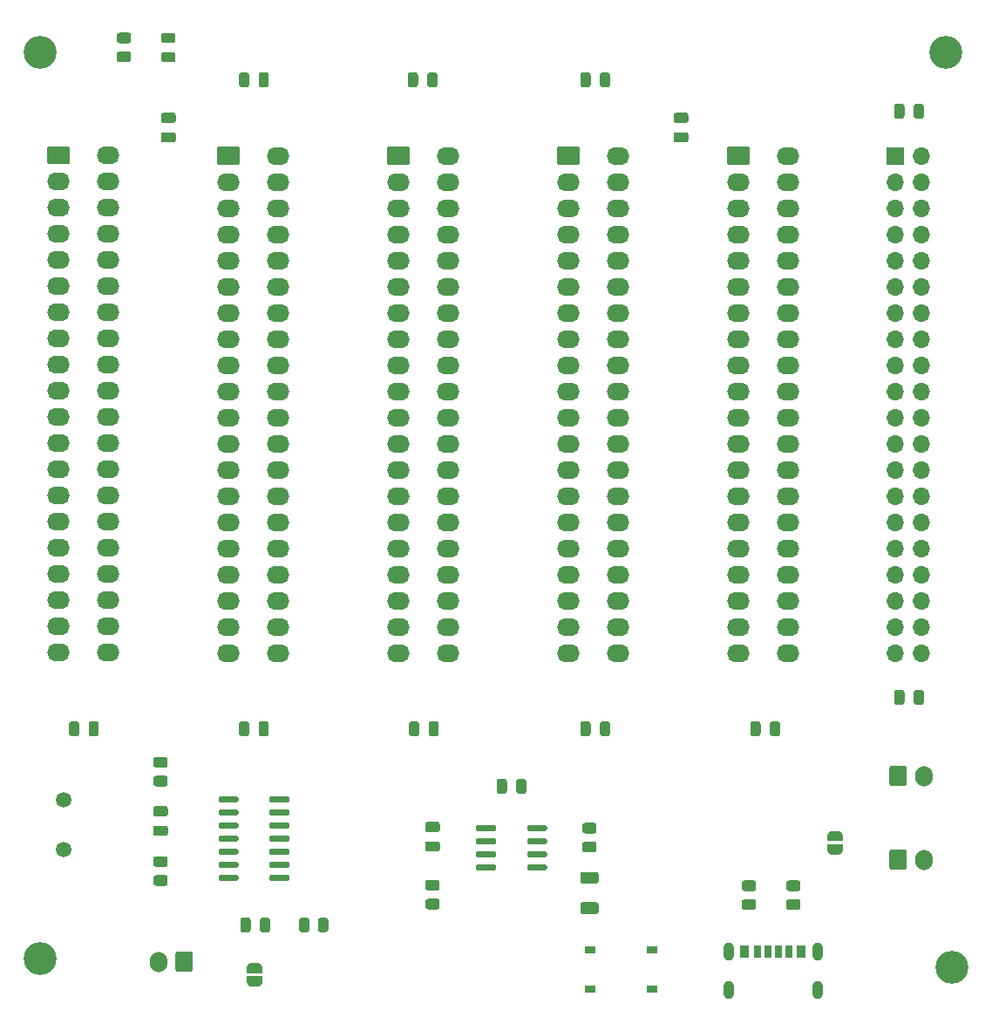
<source format=gbr>
G04 #@! TF.GenerationSoftware,KiCad,Pcbnew,(5.1.9-0-10_14)*
G04 #@! TF.CreationDate,2021-04-09T12:46:09-05:00*
G04 #@! TF.ProjectId,Backplane,4261636b-706c-4616-9e65-2e6b69636164,1*
G04 #@! TF.SameCoordinates,Original*
G04 #@! TF.FileFunction,Soldermask,Top*
G04 #@! TF.FilePolarity,Negative*
%FSLAX46Y46*%
G04 Gerber Fmt 4.6, Leading zero omitted, Abs format (unit mm)*
G04 Created by KiCad (PCBNEW (5.1.9-0-10_14)) date 2021-04-09 12:46:09*
%MOMM*%
%LPD*%
G01*
G04 APERTURE LIST*
%ADD10R,1.000000X0.750000*%
%ADD11O,1.000000X1.800000*%
%ADD12R,0.700000X1.150000*%
%ADD13R,0.800000X1.150000*%
%ADD14R,0.900000X1.150000*%
%ADD15O,2.203200X1.703200*%
%ADD16C,3.200000*%
%ADD17O,1.700000X2.000000*%
%ADD18R,1.700000X1.700000*%
%ADD19O,1.700000X1.700000*%
%ADD20C,0.100000*%
%ADD21C,1.500000*%
G04 APERTURE END LIST*
D10*
X155400000Y-146909000D03*
X149400000Y-146909000D03*
X155400000Y-143159000D03*
X149400000Y-143159000D03*
D11*
X171496000Y-147056000D03*
X162856000Y-147056000D03*
X171496000Y-143256000D03*
X162856000Y-143256000D03*
D12*
X167676000Y-143256000D03*
X166676000Y-143256000D03*
D13*
X165656000Y-143256000D03*
X168696000Y-143256000D03*
D14*
X164426000Y-143256000D03*
X169926000Y-143256000D03*
G36*
G01*
X162830000Y-65188400D02*
X164830000Y-65188400D01*
G75*
G02*
X164931600Y-65290000I0J-101600D01*
G01*
X164931600Y-66790000D01*
G75*
G02*
X164830000Y-66891600I-101600J0D01*
G01*
X162830000Y-66891600D01*
G75*
G02*
X162728400Y-66790000I0J101600D01*
G01*
X162728400Y-65290000D01*
G75*
G02*
X162830000Y-65188400I101600J0D01*
G01*
G37*
D15*
X168681000Y-66040000D03*
X163830000Y-68580000D03*
X168681000Y-68580000D03*
X163830000Y-71120000D03*
X168681000Y-71120000D03*
X163830000Y-73660000D03*
X168681000Y-73660000D03*
X163830000Y-76200000D03*
X168681000Y-76200000D03*
X163830000Y-78740000D03*
X168681000Y-78740000D03*
X163830000Y-81280000D03*
X168681000Y-81280000D03*
X163830000Y-83820000D03*
X168681000Y-83820000D03*
X163830000Y-86360000D03*
X168681000Y-86360000D03*
X163830000Y-88900000D03*
X168681000Y-88900000D03*
X163830000Y-91440000D03*
X168681000Y-91440000D03*
X163830000Y-93980000D03*
X168681000Y-93980000D03*
X163830000Y-96520000D03*
X168681000Y-96520000D03*
X163830000Y-99060000D03*
X168681000Y-99060000D03*
X163830000Y-101600000D03*
X168681000Y-101600000D03*
X163830000Y-104140000D03*
X168681000Y-104140000D03*
X163830000Y-106680000D03*
X168681000Y-106680000D03*
X163830000Y-109220000D03*
X168681000Y-109220000D03*
X163830000Y-111760000D03*
X168681000Y-111760000D03*
X163830000Y-114300000D03*
X168681000Y-114300000D03*
G36*
G01*
X108933000Y-64762000D02*
X107983000Y-64762000D01*
G75*
G02*
X107733000Y-64512000I0J250000D01*
G01*
X107733000Y-64012000D01*
G75*
G02*
X107983000Y-63762000I250000J0D01*
G01*
X108933000Y-63762000D01*
G75*
G02*
X109183000Y-64012000I0J-250000D01*
G01*
X109183000Y-64512000D01*
G75*
G02*
X108933000Y-64762000I-250000J0D01*
G01*
G37*
G36*
G01*
X108933000Y-62862000D02*
X107983000Y-62862000D01*
G75*
G02*
X107733000Y-62612000I0J250000D01*
G01*
X107733000Y-62112000D01*
G75*
G02*
X107983000Y-61862000I250000J0D01*
G01*
X108933000Y-61862000D01*
G75*
G02*
X109183000Y-62112000I0J-250000D01*
G01*
X109183000Y-62612000D01*
G75*
G02*
X108933000Y-62862000I-250000J0D01*
G01*
G37*
G36*
G01*
X101714000Y-121191000D02*
X101714000Y-122141000D01*
G75*
G02*
X101464000Y-122391000I-250000J0D01*
G01*
X100964000Y-122391000D01*
G75*
G02*
X100714000Y-122141000I0J250000D01*
G01*
X100714000Y-121191000D01*
G75*
G02*
X100964000Y-120941000I250000J0D01*
G01*
X101464000Y-120941000D01*
G75*
G02*
X101714000Y-121191000I0J-250000D01*
G01*
G37*
G36*
G01*
X99814000Y-121191000D02*
X99814000Y-122141000D01*
G75*
G02*
X99564000Y-122391000I-250000J0D01*
G01*
X99064000Y-122391000D01*
G75*
G02*
X98814000Y-122141000I0J250000D01*
G01*
X98814000Y-121191000D01*
G75*
G02*
X99064000Y-120941000I250000J0D01*
G01*
X99564000Y-120941000D01*
G75*
G02*
X99814000Y-121191000I0J-250000D01*
G01*
G37*
G36*
G01*
X118224000Y-58199000D02*
X118224000Y-59149000D01*
G75*
G02*
X117974000Y-59399000I-250000J0D01*
G01*
X117474000Y-59399000D01*
G75*
G02*
X117224000Y-59149000I0J250000D01*
G01*
X117224000Y-58199000D01*
G75*
G02*
X117474000Y-57949000I250000J0D01*
G01*
X117974000Y-57949000D01*
G75*
G02*
X118224000Y-58199000I0J-250000D01*
G01*
G37*
G36*
G01*
X116324000Y-58199000D02*
X116324000Y-59149000D01*
G75*
G02*
X116074000Y-59399000I-250000J0D01*
G01*
X115574000Y-59399000D01*
G75*
G02*
X115324000Y-59149000I0J250000D01*
G01*
X115324000Y-58199000D01*
G75*
G02*
X115574000Y-57949000I250000J0D01*
G01*
X116074000Y-57949000D01*
G75*
G02*
X116324000Y-58199000I0J-250000D01*
G01*
G37*
G36*
G01*
X118224000Y-121191000D02*
X118224000Y-122141000D01*
G75*
G02*
X117974000Y-122391000I-250000J0D01*
G01*
X117474000Y-122391000D01*
G75*
G02*
X117224000Y-122141000I0J250000D01*
G01*
X117224000Y-121191000D01*
G75*
G02*
X117474000Y-120941000I250000J0D01*
G01*
X117974000Y-120941000D01*
G75*
G02*
X118224000Y-121191000I0J-250000D01*
G01*
G37*
G36*
G01*
X116324000Y-121191000D02*
X116324000Y-122141000D01*
G75*
G02*
X116074000Y-122391000I-250000J0D01*
G01*
X115574000Y-122391000D01*
G75*
G02*
X115324000Y-122141000I0J250000D01*
G01*
X115324000Y-121191000D01*
G75*
G02*
X115574000Y-120941000I250000J0D01*
G01*
X116074000Y-120941000D01*
G75*
G02*
X116324000Y-121191000I0J-250000D01*
G01*
G37*
G36*
G01*
X108171000Y-132072000D02*
X107221000Y-132072000D01*
G75*
G02*
X106971000Y-131822000I0J250000D01*
G01*
X106971000Y-131322000D01*
G75*
G02*
X107221000Y-131072000I250000J0D01*
G01*
X108171000Y-131072000D01*
G75*
G02*
X108421000Y-131322000I0J-250000D01*
G01*
X108421000Y-131822000D01*
G75*
G02*
X108171000Y-132072000I-250000J0D01*
G01*
G37*
G36*
G01*
X108171000Y-130172000D02*
X107221000Y-130172000D01*
G75*
G02*
X106971000Y-129922000I0J250000D01*
G01*
X106971000Y-129422000D01*
G75*
G02*
X107221000Y-129172000I250000J0D01*
G01*
X108171000Y-129172000D01*
G75*
G02*
X108421000Y-129422000I0J-250000D01*
G01*
X108421000Y-129922000D01*
G75*
G02*
X108171000Y-130172000I-250000J0D01*
G01*
G37*
G36*
G01*
X115456000Y-141191000D02*
X115456000Y-140241000D01*
G75*
G02*
X115706000Y-139991000I250000J0D01*
G01*
X116206000Y-139991000D01*
G75*
G02*
X116456000Y-140241000I0J-250000D01*
G01*
X116456000Y-141191000D01*
G75*
G02*
X116206000Y-141441000I-250000J0D01*
G01*
X115706000Y-141441000D01*
G75*
G02*
X115456000Y-141191000I0J250000D01*
G01*
G37*
G36*
G01*
X117356000Y-141191000D02*
X117356000Y-140241000D01*
G75*
G02*
X117606000Y-139991000I250000J0D01*
G01*
X118106000Y-139991000D01*
G75*
G02*
X118356000Y-140241000I0J-250000D01*
G01*
X118356000Y-141191000D01*
G75*
G02*
X118106000Y-141441000I-250000J0D01*
G01*
X117606000Y-141441000D01*
G75*
G02*
X117356000Y-141191000I0J250000D01*
G01*
G37*
G36*
G01*
X134612000Y-58199000D02*
X134612000Y-59149000D01*
G75*
G02*
X134362000Y-59399000I-250000J0D01*
G01*
X133862000Y-59399000D01*
G75*
G02*
X133612000Y-59149000I0J250000D01*
G01*
X133612000Y-58199000D01*
G75*
G02*
X133862000Y-57949000I250000J0D01*
G01*
X134362000Y-57949000D01*
G75*
G02*
X134612000Y-58199000I0J-250000D01*
G01*
G37*
G36*
G01*
X132712000Y-58199000D02*
X132712000Y-59149000D01*
G75*
G02*
X132462000Y-59399000I-250000J0D01*
G01*
X131962000Y-59399000D01*
G75*
G02*
X131712000Y-59149000I0J250000D01*
G01*
X131712000Y-58199000D01*
G75*
G02*
X131962000Y-57949000I250000J0D01*
G01*
X132462000Y-57949000D01*
G75*
G02*
X132712000Y-58199000I0J-250000D01*
G01*
G37*
G36*
G01*
X134734000Y-121191000D02*
X134734000Y-122141000D01*
G75*
G02*
X134484000Y-122391000I-250000J0D01*
G01*
X133984000Y-122391000D01*
G75*
G02*
X133734000Y-122141000I0J250000D01*
G01*
X133734000Y-121191000D01*
G75*
G02*
X133984000Y-120941000I250000J0D01*
G01*
X134484000Y-120941000D01*
G75*
G02*
X134734000Y-121191000I0J-250000D01*
G01*
G37*
G36*
G01*
X132834000Y-121191000D02*
X132834000Y-122141000D01*
G75*
G02*
X132584000Y-122391000I-250000J0D01*
G01*
X132084000Y-122391000D01*
G75*
G02*
X131834000Y-122141000I0J250000D01*
G01*
X131834000Y-121191000D01*
G75*
G02*
X132084000Y-120941000I250000J0D01*
G01*
X132584000Y-120941000D01*
G75*
G02*
X132834000Y-121191000I0J-250000D01*
G01*
G37*
G36*
G01*
X151376000Y-58199000D02*
X151376000Y-59149000D01*
G75*
G02*
X151126000Y-59399000I-250000J0D01*
G01*
X150626000Y-59399000D01*
G75*
G02*
X150376000Y-59149000I0J250000D01*
G01*
X150376000Y-58199000D01*
G75*
G02*
X150626000Y-57949000I250000J0D01*
G01*
X151126000Y-57949000D01*
G75*
G02*
X151376000Y-58199000I0J-250000D01*
G01*
G37*
G36*
G01*
X149476000Y-58199000D02*
X149476000Y-59149000D01*
G75*
G02*
X149226000Y-59399000I-250000J0D01*
G01*
X148726000Y-59399000D01*
G75*
G02*
X148476000Y-59149000I0J250000D01*
G01*
X148476000Y-58199000D01*
G75*
G02*
X148726000Y-57949000I250000J0D01*
G01*
X149226000Y-57949000D01*
G75*
G02*
X149476000Y-58199000I0J-250000D01*
G01*
G37*
G36*
G01*
X151376000Y-121191000D02*
X151376000Y-122141000D01*
G75*
G02*
X151126000Y-122391000I-250000J0D01*
G01*
X150626000Y-122391000D01*
G75*
G02*
X150376000Y-122141000I0J250000D01*
G01*
X150376000Y-121191000D01*
G75*
G02*
X150626000Y-120941000I250000J0D01*
G01*
X151126000Y-120941000D01*
G75*
G02*
X151376000Y-121191000I0J-250000D01*
G01*
G37*
G36*
G01*
X149476000Y-121191000D02*
X149476000Y-122141000D01*
G75*
G02*
X149226000Y-122391000I-250000J0D01*
G01*
X148726000Y-122391000D01*
G75*
G02*
X148476000Y-122141000I0J250000D01*
G01*
X148476000Y-121191000D01*
G75*
G02*
X148726000Y-120941000I250000J0D01*
G01*
X149226000Y-120941000D01*
G75*
G02*
X149476000Y-121191000I0J-250000D01*
G01*
G37*
G36*
G01*
X134587000Y-133596000D02*
X133637000Y-133596000D01*
G75*
G02*
X133387000Y-133346000I0J250000D01*
G01*
X133387000Y-132846000D01*
G75*
G02*
X133637000Y-132596000I250000J0D01*
G01*
X134587000Y-132596000D01*
G75*
G02*
X134837000Y-132846000I0J-250000D01*
G01*
X134837000Y-133346000D01*
G75*
G02*
X134587000Y-133596000I-250000J0D01*
G01*
G37*
G36*
G01*
X134587000Y-131696000D02*
X133637000Y-131696000D01*
G75*
G02*
X133387000Y-131446000I0J250000D01*
G01*
X133387000Y-130946000D01*
G75*
G02*
X133637000Y-130696000I250000J0D01*
G01*
X134587000Y-130696000D01*
G75*
G02*
X134837000Y-130946000I0J-250000D01*
G01*
X134837000Y-131446000D01*
G75*
G02*
X134587000Y-131696000I-250000J0D01*
G01*
G37*
G36*
G01*
X143248000Y-126779000D02*
X143248000Y-127729000D01*
G75*
G02*
X142998000Y-127979000I-250000J0D01*
G01*
X142498000Y-127979000D01*
G75*
G02*
X142248000Y-127729000I0J250000D01*
G01*
X142248000Y-126779000D01*
G75*
G02*
X142498000Y-126529000I250000J0D01*
G01*
X142998000Y-126529000D01*
G75*
G02*
X143248000Y-126779000I0J-250000D01*
G01*
G37*
G36*
G01*
X141348000Y-126779000D02*
X141348000Y-127729000D01*
G75*
G02*
X141098000Y-127979000I-250000J0D01*
G01*
X140598000Y-127979000D01*
G75*
G02*
X140348000Y-127729000I0J250000D01*
G01*
X140348000Y-126779000D01*
G75*
G02*
X140598000Y-126529000I250000J0D01*
G01*
X141098000Y-126529000D01*
G75*
G02*
X141348000Y-126779000I0J-250000D01*
G01*
G37*
G36*
G01*
X157767000Y-61862000D02*
X158717000Y-61862000D01*
G75*
G02*
X158967000Y-62112000I0J-250000D01*
G01*
X158967000Y-62612000D01*
G75*
G02*
X158717000Y-62862000I-250000J0D01*
G01*
X157767000Y-62862000D01*
G75*
G02*
X157517000Y-62612000I0J250000D01*
G01*
X157517000Y-62112000D01*
G75*
G02*
X157767000Y-61862000I250000J0D01*
G01*
G37*
G36*
G01*
X157767000Y-63762000D02*
X158717000Y-63762000D01*
G75*
G02*
X158967000Y-64012000I0J-250000D01*
G01*
X158967000Y-64512000D01*
G75*
G02*
X158717000Y-64762000I-250000J0D01*
G01*
X157767000Y-64762000D01*
G75*
G02*
X157517000Y-64512000I0J250000D01*
G01*
X157517000Y-64012000D01*
G75*
G02*
X157767000Y-63762000I250000J0D01*
G01*
G37*
G36*
G01*
X167886000Y-121191000D02*
X167886000Y-122141000D01*
G75*
G02*
X167636000Y-122391000I-250000J0D01*
G01*
X167136000Y-122391000D01*
G75*
G02*
X166886000Y-122141000I0J250000D01*
G01*
X166886000Y-121191000D01*
G75*
G02*
X167136000Y-120941000I250000J0D01*
G01*
X167636000Y-120941000D01*
G75*
G02*
X167886000Y-121191000I0J-250000D01*
G01*
G37*
G36*
G01*
X165986000Y-121191000D02*
X165986000Y-122141000D01*
G75*
G02*
X165736000Y-122391000I-250000J0D01*
G01*
X165236000Y-122391000D01*
G75*
G02*
X164986000Y-122141000I0J250000D01*
G01*
X164986000Y-121191000D01*
G75*
G02*
X165236000Y-120941000I250000J0D01*
G01*
X165736000Y-120941000D01*
G75*
G02*
X165986000Y-121191000I0J-250000D01*
G01*
G37*
G36*
G01*
X181856000Y-61247000D02*
X181856000Y-62197000D01*
G75*
G02*
X181606000Y-62447000I-250000J0D01*
G01*
X181106000Y-62447000D01*
G75*
G02*
X180856000Y-62197000I0J250000D01*
G01*
X180856000Y-61247000D01*
G75*
G02*
X181106000Y-60997000I250000J0D01*
G01*
X181606000Y-60997000D01*
G75*
G02*
X181856000Y-61247000I0J-250000D01*
G01*
G37*
G36*
G01*
X179956000Y-61247000D02*
X179956000Y-62197000D01*
G75*
G02*
X179706000Y-62447000I-250000J0D01*
G01*
X179206000Y-62447000D01*
G75*
G02*
X178956000Y-62197000I0J250000D01*
G01*
X178956000Y-61247000D01*
G75*
G02*
X179206000Y-60997000I250000J0D01*
G01*
X179706000Y-60997000D01*
G75*
G02*
X179956000Y-61247000I0J-250000D01*
G01*
G37*
G36*
G01*
X181856000Y-118143000D02*
X181856000Y-119093000D01*
G75*
G02*
X181606000Y-119343000I-250000J0D01*
G01*
X181106000Y-119343000D01*
G75*
G02*
X180856000Y-119093000I0J250000D01*
G01*
X180856000Y-118143000D01*
G75*
G02*
X181106000Y-117893000I250000J0D01*
G01*
X181606000Y-117893000D01*
G75*
G02*
X181856000Y-118143000I0J-250000D01*
G01*
G37*
G36*
G01*
X179956000Y-118143000D02*
X179956000Y-119093000D01*
G75*
G02*
X179706000Y-119343000I-250000J0D01*
G01*
X179206000Y-119343000D01*
G75*
G02*
X178956000Y-119093000I0J250000D01*
G01*
X178956000Y-118143000D01*
G75*
G02*
X179206000Y-117893000I250000J0D01*
G01*
X179706000Y-117893000D01*
G75*
G02*
X179956000Y-118143000I0J-250000D01*
G01*
G37*
G36*
G01*
X108001750Y-55997500D02*
X108914250Y-55997500D01*
G75*
G02*
X109158000Y-56241250I0J-243750D01*
G01*
X109158000Y-56728750D01*
G75*
G02*
X108914250Y-56972500I-243750J0D01*
G01*
X108001750Y-56972500D01*
G75*
G02*
X107758000Y-56728750I0J243750D01*
G01*
X107758000Y-56241250D01*
G75*
G02*
X108001750Y-55997500I243750J0D01*
G01*
G37*
G36*
G01*
X108001750Y-54122500D02*
X108914250Y-54122500D01*
G75*
G02*
X109158000Y-54366250I0J-243750D01*
G01*
X109158000Y-54853750D01*
G75*
G02*
X108914250Y-55097500I-243750J0D01*
G01*
X108001750Y-55097500D01*
G75*
G02*
X107758000Y-54853750I0J243750D01*
G01*
X107758000Y-54366250D01*
G75*
G02*
X108001750Y-54122500I243750J0D01*
G01*
G37*
D16*
X96000000Y-56000000D03*
X184000000Y-56000000D03*
X184540000Y-144860000D03*
X96000000Y-144000000D03*
G36*
G01*
X96790000Y-65148400D02*
X98790000Y-65148400D01*
G75*
G02*
X98891600Y-65250000I0J-101600D01*
G01*
X98891600Y-66750000D01*
G75*
G02*
X98790000Y-66851600I-101600J0D01*
G01*
X96790000Y-66851600D01*
G75*
G02*
X96688400Y-66750000I0J101600D01*
G01*
X96688400Y-65250000D01*
G75*
G02*
X96790000Y-65148400I101600J0D01*
G01*
G37*
D15*
X102641000Y-66000000D03*
X97790000Y-68540000D03*
X102641000Y-68540000D03*
X97790000Y-71080000D03*
X102641000Y-71080000D03*
X97790000Y-73620000D03*
X102641000Y-73620000D03*
X97790000Y-76160000D03*
X102641000Y-76160000D03*
X97790000Y-78700000D03*
X102641000Y-78700000D03*
X97790000Y-81240000D03*
X102641000Y-81240000D03*
X97790000Y-83780000D03*
X102641000Y-83780000D03*
X97790000Y-86320000D03*
X102641000Y-86320000D03*
X97790000Y-88860000D03*
X102641000Y-88860000D03*
X97790000Y-91400000D03*
X102641000Y-91400000D03*
X97790000Y-93940000D03*
X102641000Y-93940000D03*
X97790000Y-96480000D03*
X102641000Y-96480000D03*
X97790000Y-99020000D03*
X102641000Y-99020000D03*
X97790000Y-101560000D03*
X102641000Y-101560000D03*
X97790000Y-104100000D03*
X102641000Y-104100000D03*
X97790000Y-106640000D03*
X102641000Y-106640000D03*
X97790000Y-109180000D03*
X102641000Y-109180000D03*
X97790000Y-111720000D03*
X102641000Y-111720000D03*
X97790000Y-114260000D03*
X102641000Y-114260000D03*
G36*
G01*
X178474000Y-135116000D02*
X178474000Y-133616000D01*
G75*
G02*
X178724000Y-133366000I250000J0D01*
G01*
X179924000Y-133366000D01*
G75*
G02*
X180174000Y-133616000I0J-250000D01*
G01*
X180174000Y-135116000D01*
G75*
G02*
X179924000Y-135366000I-250000J0D01*
G01*
X178724000Y-135366000D01*
G75*
G02*
X178474000Y-135116000I0J250000D01*
G01*
G37*
D17*
X181824000Y-134366000D03*
G36*
G01*
X113300000Y-65188400D02*
X115300000Y-65188400D01*
G75*
G02*
X115401600Y-65290000I0J-101600D01*
G01*
X115401600Y-66790000D01*
G75*
G02*
X115300000Y-66891600I-101600J0D01*
G01*
X113300000Y-66891600D01*
G75*
G02*
X113198400Y-66790000I0J101600D01*
G01*
X113198400Y-65290000D01*
G75*
G02*
X113300000Y-65188400I101600J0D01*
G01*
G37*
D15*
X119151000Y-66040000D03*
X114300000Y-68580000D03*
X119151000Y-68580000D03*
X114300000Y-71120000D03*
X119151000Y-71120000D03*
X114300000Y-73660000D03*
X119151000Y-73660000D03*
X114300000Y-76200000D03*
X119151000Y-76200000D03*
X114300000Y-78740000D03*
X119151000Y-78740000D03*
X114300000Y-81280000D03*
X119151000Y-81280000D03*
X114300000Y-83820000D03*
X119151000Y-83820000D03*
X114300000Y-86360000D03*
X119151000Y-86360000D03*
X114300000Y-88900000D03*
X119151000Y-88900000D03*
X114300000Y-91440000D03*
X119151000Y-91440000D03*
X114300000Y-93980000D03*
X119151000Y-93980000D03*
X114300000Y-96520000D03*
X119151000Y-96520000D03*
X114300000Y-99060000D03*
X119151000Y-99060000D03*
X114300000Y-101600000D03*
X119151000Y-101600000D03*
X114300000Y-104140000D03*
X119151000Y-104140000D03*
X114300000Y-106680000D03*
X119151000Y-106680000D03*
X114300000Y-109220000D03*
X119151000Y-109220000D03*
X114300000Y-111760000D03*
X119151000Y-111760000D03*
X114300000Y-114300000D03*
X119151000Y-114300000D03*
G36*
G01*
X129810000Y-65188400D02*
X131810000Y-65188400D01*
G75*
G02*
X131911600Y-65290000I0J-101600D01*
G01*
X131911600Y-66790000D01*
G75*
G02*
X131810000Y-66891600I-101600J0D01*
G01*
X129810000Y-66891600D01*
G75*
G02*
X129708400Y-66790000I0J101600D01*
G01*
X129708400Y-65290000D01*
G75*
G02*
X129810000Y-65188400I101600J0D01*
G01*
G37*
X135661000Y-66040000D03*
X130810000Y-68580000D03*
X135661000Y-68580000D03*
X130810000Y-71120000D03*
X135661000Y-71120000D03*
X130810000Y-73660000D03*
X135661000Y-73660000D03*
X130810000Y-76200000D03*
X135661000Y-76200000D03*
X130810000Y-78740000D03*
X135661000Y-78740000D03*
X130810000Y-81280000D03*
X135661000Y-81280000D03*
X130810000Y-83820000D03*
X135661000Y-83820000D03*
X130810000Y-86360000D03*
X135661000Y-86360000D03*
X130810000Y-88900000D03*
X135661000Y-88900000D03*
X130810000Y-91440000D03*
X135661000Y-91440000D03*
X130810000Y-93980000D03*
X135661000Y-93980000D03*
X130810000Y-96520000D03*
X135661000Y-96520000D03*
X130810000Y-99060000D03*
X135661000Y-99060000D03*
X130810000Y-101600000D03*
X135661000Y-101600000D03*
X130810000Y-104140000D03*
X135661000Y-104140000D03*
X130810000Y-106680000D03*
X135661000Y-106680000D03*
X130810000Y-109220000D03*
X135661000Y-109220000D03*
X130810000Y-111760000D03*
X135661000Y-111760000D03*
X130810000Y-114300000D03*
X135661000Y-114300000D03*
G36*
G01*
X178474000Y-126988000D02*
X178474000Y-125488000D01*
G75*
G02*
X178724000Y-125238000I250000J0D01*
G01*
X179924000Y-125238000D01*
G75*
G02*
X180174000Y-125488000I0J-250000D01*
G01*
X180174000Y-126988000D01*
G75*
G02*
X179924000Y-127238000I-250000J0D01*
G01*
X178724000Y-127238000D01*
G75*
G02*
X178474000Y-126988000I0J250000D01*
G01*
G37*
D17*
X181824000Y-126238000D03*
G36*
G01*
X110832000Y-143522000D02*
X110832000Y-145022000D01*
G75*
G02*
X110582000Y-145272000I-250000J0D01*
G01*
X109382000Y-145272000D01*
G75*
G02*
X109132000Y-145022000I0J250000D01*
G01*
X109132000Y-143522000D01*
G75*
G02*
X109382000Y-143272000I250000J0D01*
G01*
X110582000Y-143272000D01*
G75*
G02*
X110832000Y-143522000I0J-250000D01*
G01*
G37*
X107482000Y-144272000D03*
G36*
G01*
X146320000Y-65188400D02*
X148320000Y-65188400D01*
G75*
G02*
X148421600Y-65290000I0J-101600D01*
G01*
X148421600Y-66790000D01*
G75*
G02*
X148320000Y-66891600I-101600J0D01*
G01*
X146320000Y-66891600D01*
G75*
G02*
X146218400Y-66790000I0J101600D01*
G01*
X146218400Y-65290000D01*
G75*
G02*
X146320000Y-65188400I101600J0D01*
G01*
G37*
D15*
X152171000Y-66040000D03*
X147320000Y-68580000D03*
X152171000Y-68580000D03*
X147320000Y-71120000D03*
X152171000Y-71120000D03*
X147320000Y-73660000D03*
X152171000Y-73660000D03*
X147320000Y-76200000D03*
X152171000Y-76200000D03*
X147320000Y-78740000D03*
X152171000Y-78740000D03*
X147320000Y-81280000D03*
X152171000Y-81280000D03*
X147320000Y-83820000D03*
X152171000Y-83820000D03*
X147320000Y-86360000D03*
X152171000Y-86360000D03*
X147320000Y-88900000D03*
X152171000Y-88900000D03*
X147320000Y-91440000D03*
X152171000Y-91440000D03*
X147320000Y-93980000D03*
X152171000Y-93980000D03*
X147320000Y-96520000D03*
X152171000Y-96520000D03*
X147320000Y-99060000D03*
X152171000Y-99060000D03*
X147320000Y-101600000D03*
X152171000Y-101600000D03*
X147320000Y-104140000D03*
X152171000Y-104140000D03*
X147320000Y-106680000D03*
X152171000Y-106680000D03*
X147320000Y-109220000D03*
X152171000Y-109220000D03*
X147320000Y-111760000D03*
X152171000Y-111760000D03*
X147320000Y-114300000D03*
X152171000Y-114300000D03*
D18*
X179070000Y-66040000D03*
D19*
X181610000Y-66040000D03*
X179070000Y-68580000D03*
X181610000Y-68580000D03*
X179070000Y-71120000D03*
X181610000Y-71120000D03*
X179070000Y-73660000D03*
X181610000Y-73660000D03*
X179070000Y-76200000D03*
X181610000Y-76200000D03*
X179070000Y-78740000D03*
X181610000Y-78740000D03*
X179070000Y-81280000D03*
X181610000Y-81280000D03*
X179070000Y-83820000D03*
X181610000Y-83820000D03*
X179070000Y-86360000D03*
X181610000Y-86360000D03*
X179070000Y-88900000D03*
X181610000Y-88900000D03*
X179070000Y-91440000D03*
X181610000Y-91440000D03*
X179070000Y-93980000D03*
X181610000Y-93980000D03*
X179070000Y-96520000D03*
X181610000Y-96520000D03*
X179070000Y-99060000D03*
X181610000Y-99060000D03*
X179070000Y-101600000D03*
X181610000Y-101600000D03*
X179070000Y-104140000D03*
X181610000Y-104140000D03*
X179070000Y-106680000D03*
X181610000Y-106680000D03*
X179070000Y-109220000D03*
X181610000Y-109220000D03*
X179070000Y-111760000D03*
X181610000Y-111760000D03*
X179070000Y-114300000D03*
X181610000Y-114300000D03*
D20*
G36*
X173978000Y-132880000D02*
G01*
X173978000Y-133380000D01*
X173977398Y-133380000D01*
X173977398Y-133404534D01*
X173972588Y-133453365D01*
X173963016Y-133501490D01*
X173948772Y-133548445D01*
X173929995Y-133593778D01*
X173906864Y-133637051D01*
X173879604Y-133677850D01*
X173848476Y-133715779D01*
X173813779Y-133750476D01*
X173775850Y-133781604D01*
X173735051Y-133808864D01*
X173691778Y-133831995D01*
X173646445Y-133850772D01*
X173599490Y-133865016D01*
X173551365Y-133874588D01*
X173502534Y-133879398D01*
X173478000Y-133879398D01*
X173478000Y-133880000D01*
X172978000Y-133880000D01*
X172978000Y-133879398D01*
X172953466Y-133879398D01*
X172904635Y-133874588D01*
X172856510Y-133865016D01*
X172809555Y-133850772D01*
X172764222Y-133831995D01*
X172720949Y-133808864D01*
X172680150Y-133781604D01*
X172642221Y-133750476D01*
X172607524Y-133715779D01*
X172576396Y-133677850D01*
X172549136Y-133637051D01*
X172526005Y-133593778D01*
X172507228Y-133548445D01*
X172492984Y-133501490D01*
X172483412Y-133453365D01*
X172478602Y-133404534D01*
X172478602Y-133380000D01*
X172478000Y-133380000D01*
X172478000Y-132880000D01*
X173978000Y-132880000D01*
G37*
G36*
X172478602Y-132080000D02*
G01*
X172478602Y-132055466D01*
X172483412Y-132006635D01*
X172492984Y-131958510D01*
X172507228Y-131911555D01*
X172526005Y-131866222D01*
X172549136Y-131822949D01*
X172576396Y-131782150D01*
X172607524Y-131744221D01*
X172642221Y-131709524D01*
X172680150Y-131678396D01*
X172720949Y-131651136D01*
X172764222Y-131628005D01*
X172809555Y-131609228D01*
X172856510Y-131594984D01*
X172904635Y-131585412D01*
X172953466Y-131580602D01*
X172978000Y-131580602D01*
X172978000Y-131580000D01*
X173478000Y-131580000D01*
X173478000Y-131580602D01*
X173502534Y-131580602D01*
X173551365Y-131585412D01*
X173599490Y-131594984D01*
X173646445Y-131609228D01*
X173691778Y-131628005D01*
X173735051Y-131651136D01*
X173775850Y-131678396D01*
X173813779Y-131709524D01*
X173848476Y-131744221D01*
X173879604Y-131782150D01*
X173906864Y-131822949D01*
X173929995Y-131866222D01*
X173948772Y-131911555D01*
X173963016Y-131958510D01*
X173972588Y-132006635D01*
X173977398Y-132055466D01*
X173977398Y-132080000D01*
X173978000Y-132080000D01*
X173978000Y-132580000D01*
X172478000Y-132580000D01*
X172478000Y-132080000D01*
X172478602Y-132080000D01*
G37*
G36*
X117589398Y-146192000D02*
G01*
X117589398Y-146216534D01*
X117584588Y-146265365D01*
X117575016Y-146313490D01*
X117560772Y-146360445D01*
X117541995Y-146405778D01*
X117518864Y-146449051D01*
X117491604Y-146489850D01*
X117460476Y-146527779D01*
X117425779Y-146562476D01*
X117387850Y-146593604D01*
X117347051Y-146620864D01*
X117303778Y-146643995D01*
X117258445Y-146662772D01*
X117211490Y-146677016D01*
X117163365Y-146686588D01*
X117114534Y-146691398D01*
X117090000Y-146691398D01*
X117090000Y-146692000D01*
X116590000Y-146692000D01*
X116590000Y-146691398D01*
X116565466Y-146691398D01*
X116516635Y-146686588D01*
X116468510Y-146677016D01*
X116421555Y-146662772D01*
X116376222Y-146643995D01*
X116332949Y-146620864D01*
X116292150Y-146593604D01*
X116254221Y-146562476D01*
X116219524Y-146527779D01*
X116188396Y-146489850D01*
X116161136Y-146449051D01*
X116138005Y-146405778D01*
X116119228Y-146360445D01*
X116104984Y-146313490D01*
X116095412Y-146265365D01*
X116090602Y-146216534D01*
X116090602Y-146192000D01*
X116090000Y-146192000D01*
X116090000Y-145692000D01*
X117590000Y-145692000D01*
X117590000Y-146192000D01*
X117589398Y-146192000D01*
G37*
G36*
X116090000Y-145392000D02*
G01*
X116090000Y-144892000D01*
X116090602Y-144892000D01*
X116090602Y-144867466D01*
X116095412Y-144818635D01*
X116104984Y-144770510D01*
X116119228Y-144723555D01*
X116138005Y-144678222D01*
X116161136Y-144634949D01*
X116188396Y-144594150D01*
X116219524Y-144556221D01*
X116254221Y-144521524D01*
X116292150Y-144490396D01*
X116332949Y-144463136D01*
X116376222Y-144440005D01*
X116421555Y-144421228D01*
X116468510Y-144406984D01*
X116516635Y-144397412D01*
X116565466Y-144392602D01*
X116590000Y-144392602D01*
X116590000Y-144392000D01*
X117090000Y-144392000D01*
X117090000Y-144392602D01*
X117114534Y-144392602D01*
X117163365Y-144397412D01*
X117211490Y-144406984D01*
X117258445Y-144421228D01*
X117303778Y-144440005D01*
X117347051Y-144463136D01*
X117387850Y-144490396D01*
X117425779Y-144521524D01*
X117460476Y-144556221D01*
X117491604Y-144594150D01*
X117518864Y-144634949D01*
X117541995Y-144678222D01*
X117560772Y-144723555D01*
X117575016Y-144770510D01*
X117584588Y-144818635D01*
X117589398Y-144867466D01*
X117589398Y-144892000D01*
X117590000Y-144892000D01*
X117590000Y-145392000D01*
X116090000Y-145392000D01*
G37*
G36*
G01*
X168713999Y-136393500D02*
X169614001Y-136393500D01*
G75*
G02*
X169864000Y-136643499I0J-249999D01*
G01*
X169864000Y-137168501D01*
G75*
G02*
X169614001Y-137418500I-249999J0D01*
G01*
X168713999Y-137418500D01*
G75*
G02*
X168464000Y-137168501I0J249999D01*
G01*
X168464000Y-136643499D01*
G75*
G02*
X168713999Y-136393500I249999J0D01*
G01*
G37*
G36*
G01*
X168713999Y-138218500D02*
X169614001Y-138218500D01*
G75*
G02*
X169864000Y-138468499I0J-249999D01*
G01*
X169864000Y-138993501D01*
G75*
G02*
X169614001Y-139243500I-249999J0D01*
G01*
X168713999Y-139243500D01*
G75*
G02*
X168464000Y-138993501I0J249999D01*
G01*
X168464000Y-138468499D01*
G75*
G02*
X168713999Y-138218500I249999J0D01*
G01*
G37*
G36*
G01*
X164395999Y-136393500D02*
X165296001Y-136393500D01*
G75*
G02*
X165546000Y-136643499I0J-249999D01*
G01*
X165546000Y-137168501D01*
G75*
G02*
X165296001Y-137418500I-249999J0D01*
G01*
X164395999Y-137418500D01*
G75*
G02*
X164146000Y-137168501I0J249999D01*
G01*
X164146000Y-136643499D01*
G75*
G02*
X164395999Y-136393500I249999J0D01*
G01*
G37*
G36*
G01*
X164395999Y-138218500D02*
X165296001Y-138218500D01*
G75*
G02*
X165546000Y-138468499I0J-249999D01*
G01*
X165546000Y-138993501D01*
G75*
G02*
X165296001Y-139243500I-249999J0D01*
G01*
X164395999Y-139243500D01*
G75*
G02*
X164146000Y-138993501I0J249999D01*
G01*
X164146000Y-138468499D01*
G75*
G02*
X164395999Y-138218500I249999J0D01*
G01*
G37*
G36*
G01*
X107245999Y-124408500D02*
X108146001Y-124408500D01*
G75*
G02*
X108396000Y-124658499I0J-249999D01*
G01*
X108396000Y-125183501D01*
G75*
G02*
X108146001Y-125433500I-249999J0D01*
G01*
X107245999Y-125433500D01*
G75*
G02*
X106996000Y-125183501I0J249999D01*
G01*
X106996000Y-124658499D01*
G75*
G02*
X107245999Y-124408500I249999J0D01*
G01*
G37*
G36*
G01*
X107245999Y-126233500D02*
X108146001Y-126233500D01*
G75*
G02*
X108396000Y-126483499I0J-249999D01*
G01*
X108396000Y-127008501D01*
G75*
G02*
X108146001Y-127258500I-249999J0D01*
G01*
X107245999Y-127258500D01*
G75*
G02*
X106996000Y-127008501I0J249999D01*
G01*
X106996000Y-126483499D01*
G75*
G02*
X107245999Y-126233500I249999J0D01*
G01*
G37*
G36*
G01*
X104590001Y-56947500D02*
X103689999Y-56947500D01*
G75*
G02*
X103440000Y-56697501I0J249999D01*
G01*
X103440000Y-56172499D01*
G75*
G02*
X103689999Y-55922500I249999J0D01*
G01*
X104590001Y-55922500D01*
G75*
G02*
X104840000Y-56172499I0J-249999D01*
G01*
X104840000Y-56697501D01*
G75*
G02*
X104590001Y-56947500I-249999J0D01*
G01*
G37*
G36*
G01*
X104590001Y-55122500D02*
X103689999Y-55122500D01*
G75*
G02*
X103440000Y-54872501I0J249999D01*
G01*
X103440000Y-54347499D01*
G75*
G02*
X103689999Y-54097500I249999J0D01*
G01*
X104590001Y-54097500D01*
G75*
G02*
X104840000Y-54347499I0J-249999D01*
G01*
X104840000Y-54872501D01*
G75*
G02*
X104590001Y-55122500I-249999J0D01*
G01*
G37*
G36*
G01*
X107245999Y-134060500D02*
X108146001Y-134060500D01*
G75*
G02*
X108396000Y-134310499I0J-249999D01*
G01*
X108396000Y-134835501D01*
G75*
G02*
X108146001Y-135085500I-249999J0D01*
G01*
X107245999Y-135085500D01*
G75*
G02*
X106996000Y-134835501I0J249999D01*
G01*
X106996000Y-134310499D01*
G75*
G02*
X107245999Y-134060500I249999J0D01*
G01*
G37*
G36*
G01*
X107245999Y-135885500D02*
X108146001Y-135885500D01*
G75*
G02*
X108396000Y-136135499I0J-249999D01*
G01*
X108396000Y-136660501D01*
G75*
G02*
X108146001Y-136910500I-249999J0D01*
G01*
X107245999Y-136910500D01*
G75*
G02*
X106996000Y-136660501I0J249999D01*
G01*
X106996000Y-136135499D01*
G75*
G02*
X107245999Y-135885500I249999J0D01*
G01*
G37*
G36*
G01*
X133661999Y-136346500D02*
X134562001Y-136346500D01*
G75*
G02*
X134812000Y-136596499I0J-249999D01*
G01*
X134812000Y-137121501D01*
G75*
G02*
X134562001Y-137371500I-249999J0D01*
G01*
X133661999Y-137371500D01*
G75*
G02*
X133412000Y-137121501I0J249999D01*
G01*
X133412000Y-136596499D01*
G75*
G02*
X133661999Y-136346500I249999J0D01*
G01*
G37*
G36*
G01*
X133661999Y-138171500D02*
X134562001Y-138171500D01*
G75*
G02*
X134812000Y-138421499I0J-249999D01*
G01*
X134812000Y-138946501D01*
G75*
G02*
X134562001Y-139196500I-249999J0D01*
G01*
X133661999Y-139196500D01*
G75*
G02*
X133412000Y-138946501I0J249999D01*
G01*
X133412000Y-138421499D01*
G75*
G02*
X133661999Y-138171500I249999J0D01*
G01*
G37*
G36*
G01*
X149802001Y-133655500D02*
X148901999Y-133655500D01*
G75*
G02*
X148652000Y-133405501I0J249999D01*
G01*
X148652000Y-132880499D01*
G75*
G02*
X148901999Y-132630500I249999J0D01*
G01*
X149802001Y-132630500D01*
G75*
G02*
X150052000Y-132880499I0J-249999D01*
G01*
X150052000Y-133405501D01*
G75*
G02*
X149802001Y-133655500I-249999J0D01*
G01*
G37*
G36*
G01*
X149802001Y-131830500D02*
X148901999Y-131830500D01*
G75*
G02*
X148652000Y-131580501I0J249999D01*
G01*
X148652000Y-131055499D01*
G75*
G02*
X148901999Y-130805500I249999J0D01*
G01*
X149802001Y-130805500D01*
G75*
G02*
X150052000Y-131055499I0J-249999D01*
G01*
X150052000Y-131580501D01*
G75*
G02*
X149802001Y-131830500I-249999J0D01*
G01*
G37*
G36*
G01*
X124003500Y-140265999D02*
X124003500Y-141166001D01*
G75*
G02*
X123753501Y-141416000I-249999J0D01*
G01*
X123228499Y-141416000D01*
G75*
G02*
X122978500Y-141166001I0J249999D01*
G01*
X122978500Y-140265999D01*
G75*
G02*
X123228499Y-140016000I249999J0D01*
G01*
X123753501Y-140016000D01*
G75*
G02*
X124003500Y-140265999I0J-249999D01*
G01*
G37*
G36*
G01*
X122178500Y-140265999D02*
X122178500Y-141166001D01*
G75*
G02*
X121928501Y-141416000I-249999J0D01*
G01*
X121403499Y-141416000D01*
G75*
G02*
X121153500Y-141166001I0J249999D01*
G01*
X121153500Y-140265999D01*
G75*
G02*
X121403499Y-140016000I249999J0D01*
G01*
X121928501Y-140016000D01*
G75*
G02*
X122178500Y-140265999I0J-249999D01*
G01*
G37*
G36*
G01*
X113325000Y-128674000D02*
X113325000Y-128374000D01*
G75*
G02*
X113475000Y-128224000I150000J0D01*
G01*
X115125000Y-128224000D01*
G75*
G02*
X115275000Y-128374000I0J-150000D01*
G01*
X115275000Y-128674000D01*
G75*
G02*
X115125000Y-128824000I-150000J0D01*
G01*
X113475000Y-128824000D01*
G75*
G02*
X113325000Y-128674000I0J150000D01*
G01*
G37*
G36*
G01*
X113325000Y-129944000D02*
X113325000Y-129644000D01*
G75*
G02*
X113475000Y-129494000I150000J0D01*
G01*
X115125000Y-129494000D01*
G75*
G02*
X115275000Y-129644000I0J-150000D01*
G01*
X115275000Y-129944000D01*
G75*
G02*
X115125000Y-130094000I-150000J0D01*
G01*
X113475000Y-130094000D01*
G75*
G02*
X113325000Y-129944000I0J150000D01*
G01*
G37*
G36*
G01*
X113325000Y-131214000D02*
X113325000Y-130914000D01*
G75*
G02*
X113475000Y-130764000I150000J0D01*
G01*
X115125000Y-130764000D01*
G75*
G02*
X115275000Y-130914000I0J-150000D01*
G01*
X115275000Y-131214000D01*
G75*
G02*
X115125000Y-131364000I-150000J0D01*
G01*
X113475000Y-131364000D01*
G75*
G02*
X113325000Y-131214000I0J150000D01*
G01*
G37*
G36*
G01*
X113325000Y-132484000D02*
X113325000Y-132184000D01*
G75*
G02*
X113475000Y-132034000I150000J0D01*
G01*
X115125000Y-132034000D01*
G75*
G02*
X115275000Y-132184000I0J-150000D01*
G01*
X115275000Y-132484000D01*
G75*
G02*
X115125000Y-132634000I-150000J0D01*
G01*
X113475000Y-132634000D01*
G75*
G02*
X113325000Y-132484000I0J150000D01*
G01*
G37*
G36*
G01*
X113325000Y-133754000D02*
X113325000Y-133454000D01*
G75*
G02*
X113475000Y-133304000I150000J0D01*
G01*
X115125000Y-133304000D01*
G75*
G02*
X115275000Y-133454000I0J-150000D01*
G01*
X115275000Y-133754000D01*
G75*
G02*
X115125000Y-133904000I-150000J0D01*
G01*
X113475000Y-133904000D01*
G75*
G02*
X113325000Y-133754000I0J150000D01*
G01*
G37*
G36*
G01*
X113325000Y-135024000D02*
X113325000Y-134724000D01*
G75*
G02*
X113475000Y-134574000I150000J0D01*
G01*
X115125000Y-134574000D01*
G75*
G02*
X115275000Y-134724000I0J-150000D01*
G01*
X115275000Y-135024000D01*
G75*
G02*
X115125000Y-135174000I-150000J0D01*
G01*
X113475000Y-135174000D01*
G75*
G02*
X113325000Y-135024000I0J150000D01*
G01*
G37*
G36*
G01*
X113325000Y-136294000D02*
X113325000Y-135994000D01*
G75*
G02*
X113475000Y-135844000I150000J0D01*
G01*
X115125000Y-135844000D01*
G75*
G02*
X115275000Y-135994000I0J-150000D01*
G01*
X115275000Y-136294000D01*
G75*
G02*
X115125000Y-136444000I-150000J0D01*
G01*
X113475000Y-136444000D01*
G75*
G02*
X113325000Y-136294000I0J150000D01*
G01*
G37*
G36*
G01*
X118275000Y-136294000D02*
X118275000Y-135994000D01*
G75*
G02*
X118425000Y-135844000I150000J0D01*
G01*
X120075000Y-135844000D01*
G75*
G02*
X120225000Y-135994000I0J-150000D01*
G01*
X120225000Y-136294000D01*
G75*
G02*
X120075000Y-136444000I-150000J0D01*
G01*
X118425000Y-136444000D01*
G75*
G02*
X118275000Y-136294000I0J150000D01*
G01*
G37*
G36*
G01*
X118275000Y-135024000D02*
X118275000Y-134724000D01*
G75*
G02*
X118425000Y-134574000I150000J0D01*
G01*
X120075000Y-134574000D01*
G75*
G02*
X120225000Y-134724000I0J-150000D01*
G01*
X120225000Y-135024000D01*
G75*
G02*
X120075000Y-135174000I-150000J0D01*
G01*
X118425000Y-135174000D01*
G75*
G02*
X118275000Y-135024000I0J150000D01*
G01*
G37*
G36*
G01*
X118275000Y-133754000D02*
X118275000Y-133454000D01*
G75*
G02*
X118425000Y-133304000I150000J0D01*
G01*
X120075000Y-133304000D01*
G75*
G02*
X120225000Y-133454000I0J-150000D01*
G01*
X120225000Y-133754000D01*
G75*
G02*
X120075000Y-133904000I-150000J0D01*
G01*
X118425000Y-133904000D01*
G75*
G02*
X118275000Y-133754000I0J150000D01*
G01*
G37*
G36*
G01*
X118275000Y-132484000D02*
X118275000Y-132184000D01*
G75*
G02*
X118425000Y-132034000I150000J0D01*
G01*
X120075000Y-132034000D01*
G75*
G02*
X120225000Y-132184000I0J-150000D01*
G01*
X120225000Y-132484000D01*
G75*
G02*
X120075000Y-132634000I-150000J0D01*
G01*
X118425000Y-132634000D01*
G75*
G02*
X118275000Y-132484000I0J150000D01*
G01*
G37*
G36*
G01*
X118275000Y-131214000D02*
X118275000Y-130914000D01*
G75*
G02*
X118425000Y-130764000I150000J0D01*
G01*
X120075000Y-130764000D01*
G75*
G02*
X120225000Y-130914000I0J-150000D01*
G01*
X120225000Y-131214000D01*
G75*
G02*
X120075000Y-131364000I-150000J0D01*
G01*
X118425000Y-131364000D01*
G75*
G02*
X118275000Y-131214000I0J150000D01*
G01*
G37*
G36*
G01*
X118275000Y-129944000D02*
X118275000Y-129644000D01*
G75*
G02*
X118425000Y-129494000I150000J0D01*
G01*
X120075000Y-129494000D01*
G75*
G02*
X120225000Y-129644000I0J-150000D01*
G01*
X120225000Y-129944000D01*
G75*
G02*
X120075000Y-130094000I-150000J0D01*
G01*
X118425000Y-130094000D01*
G75*
G02*
X118275000Y-129944000I0J150000D01*
G01*
G37*
G36*
G01*
X118275000Y-128674000D02*
X118275000Y-128374000D01*
G75*
G02*
X118425000Y-128224000I150000J0D01*
G01*
X120075000Y-128224000D01*
G75*
G02*
X120225000Y-128374000I0J-150000D01*
G01*
X120225000Y-128674000D01*
G75*
G02*
X120075000Y-128824000I-150000J0D01*
G01*
X118425000Y-128824000D01*
G75*
G02*
X118275000Y-128674000I0J150000D01*
G01*
G37*
G36*
G01*
X138347000Y-131468000D02*
X138347000Y-131168000D01*
G75*
G02*
X138497000Y-131018000I150000J0D01*
G01*
X140147000Y-131018000D01*
G75*
G02*
X140297000Y-131168000I0J-150000D01*
G01*
X140297000Y-131468000D01*
G75*
G02*
X140147000Y-131618000I-150000J0D01*
G01*
X138497000Y-131618000D01*
G75*
G02*
X138347000Y-131468000I0J150000D01*
G01*
G37*
G36*
G01*
X138347000Y-132738000D02*
X138347000Y-132438000D01*
G75*
G02*
X138497000Y-132288000I150000J0D01*
G01*
X140147000Y-132288000D01*
G75*
G02*
X140297000Y-132438000I0J-150000D01*
G01*
X140297000Y-132738000D01*
G75*
G02*
X140147000Y-132888000I-150000J0D01*
G01*
X138497000Y-132888000D01*
G75*
G02*
X138347000Y-132738000I0J150000D01*
G01*
G37*
G36*
G01*
X138347000Y-134008000D02*
X138347000Y-133708000D01*
G75*
G02*
X138497000Y-133558000I150000J0D01*
G01*
X140147000Y-133558000D01*
G75*
G02*
X140297000Y-133708000I0J-150000D01*
G01*
X140297000Y-134008000D01*
G75*
G02*
X140147000Y-134158000I-150000J0D01*
G01*
X138497000Y-134158000D01*
G75*
G02*
X138347000Y-134008000I0J150000D01*
G01*
G37*
G36*
G01*
X138347000Y-135278000D02*
X138347000Y-134978000D01*
G75*
G02*
X138497000Y-134828000I150000J0D01*
G01*
X140147000Y-134828000D01*
G75*
G02*
X140297000Y-134978000I0J-150000D01*
G01*
X140297000Y-135278000D01*
G75*
G02*
X140147000Y-135428000I-150000J0D01*
G01*
X138497000Y-135428000D01*
G75*
G02*
X138347000Y-135278000I0J150000D01*
G01*
G37*
G36*
G01*
X143297000Y-135278000D02*
X143297000Y-134978000D01*
G75*
G02*
X143447000Y-134828000I150000J0D01*
G01*
X145097000Y-134828000D01*
G75*
G02*
X145247000Y-134978000I0J-150000D01*
G01*
X145247000Y-135278000D01*
G75*
G02*
X145097000Y-135428000I-150000J0D01*
G01*
X143447000Y-135428000D01*
G75*
G02*
X143297000Y-135278000I0J150000D01*
G01*
G37*
G36*
G01*
X143297000Y-134008000D02*
X143297000Y-133708000D01*
G75*
G02*
X143447000Y-133558000I150000J0D01*
G01*
X145097000Y-133558000D01*
G75*
G02*
X145247000Y-133708000I0J-150000D01*
G01*
X145247000Y-134008000D01*
G75*
G02*
X145097000Y-134158000I-150000J0D01*
G01*
X143447000Y-134158000D01*
G75*
G02*
X143297000Y-134008000I0J150000D01*
G01*
G37*
G36*
G01*
X143297000Y-132738000D02*
X143297000Y-132438000D01*
G75*
G02*
X143447000Y-132288000I150000J0D01*
G01*
X145097000Y-132288000D01*
G75*
G02*
X145247000Y-132438000I0J-150000D01*
G01*
X145247000Y-132738000D01*
G75*
G02*
X145097000Y-132888000I-150000J0D01*
G01*
X143447000Y-132888000D01*
G75*
G02*
X143297000Y-132738000I0J150000D01*
G01*
G37*
G36*
G01*
X143297000Y-131468000D02*
X143297000Y-131168000D01*
G75*
G02*
X143447000Y-131018000I150000J0D01*
G01*
X145097000Y-131018000D01*
G75*
G02*
X145247000Y-131168000I0J-150000D01*
G01*
X145247000Y-131468000D01*
G75*
G02*
X145097000Y-131618000I-150000J0D01*
G01*
X143447000Y-131618000D01*
G75*
G02*
X143297000Y-131468000I0J150000D01*
G01*
G37*
D21*
X98298000Y-128524000D03*
X98298000Y-133404000D03*
G36*
G01*
X148701999Y-135552000D02*
X150002001Y-135552000D01*
G75*
G02*
X150252000Y-135801999I0J-249999D01*
G01*
X150252000Y-136452001D01*
G75*
G02*
X150002001Y-136702000I-249999J0D01*
G01*
X148701999Y-136702000D01*
G75*
G02*
X148452000Y-136452001I0J249999D01*
G01*
X148452000Y-135801999D01*
G75*
G02*
X148701999Y-135552000I249999J0D01*
G01*
G37*
G36*
G01*
X148701999Y-138502000D02*
X150002001Y-138502000D01*
G75*
G02*
X150252000Y-138751999I0J-249999D01*
G01*
X150252000Y-139402001D01*
G75*
G02*
X150002001Y-139652000I-249999J0D01*
G01*
X148701999Y-139652000D01*
G75*
G02*
X148452000Y-139402001I0J249999D01*
G01*
X148452000Y-138751999D01*
G75*
G02*
X148701999Y-138502000I249999J0D01*
G01*
G37*
M02*

</source>
